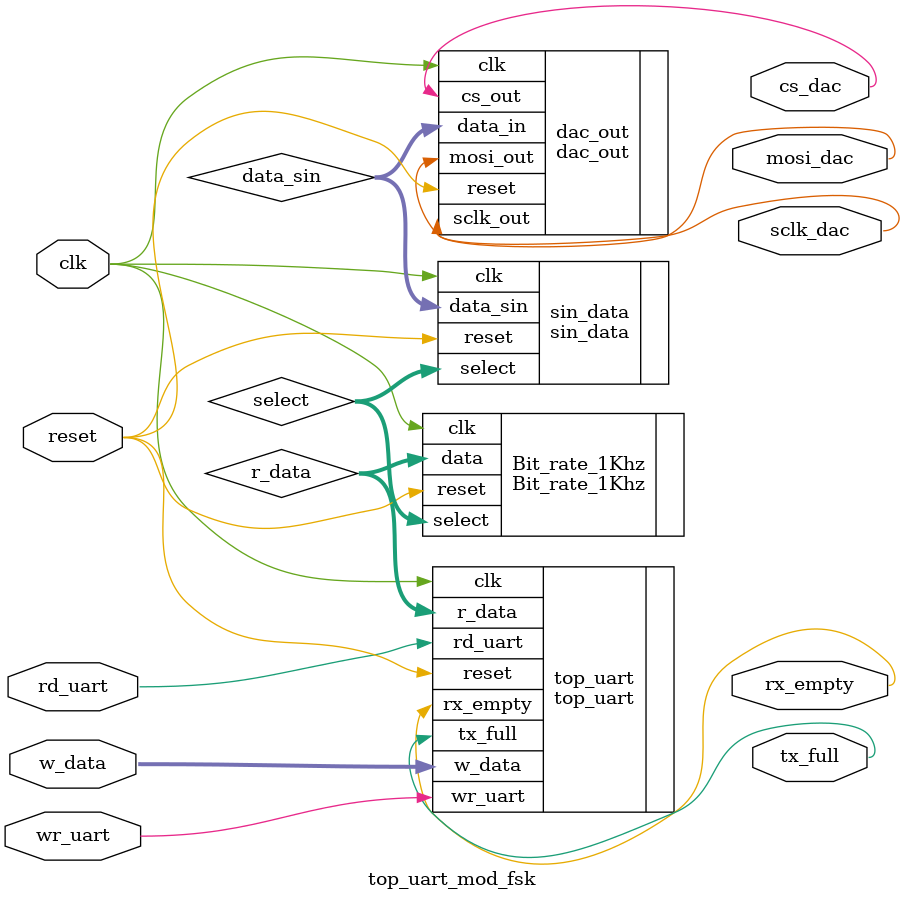
<source format=v>
module top_uart_mod_fsk
(
    input clk, reset,
    input rd_uart, wr_uart,
    input [7:0] w_data,
    output tx_full, rx_empty,
    output mosi_dac,
    output cs_dac,
    output sclk_dac
);

wire [7:0] r_data;
wire [11:0] data_sin;
wire [11:0] select;

top_uart top_uart(
    .clk(clk),
    .reset(reset),
    .rd_uart(rd_uart),
    .wr_uart(wr_uart),
    .w_data(w_data),
    .tx_full(tx_full),
    .rx_empty(rx_empty),
    .r_data(r_data)
);

Bit_rate_1Khz Bit_rate_1Khz (
	.data(r_data),
	.clk(clk),
	.reset(reset),
	.select(select)
	);

sin_data sin_data (
	.clk(clk),
	.reset(reset),
	.select(select),
	.data_sin(data_sin)
	);

dac_out dac_out (
	.clk(clk),
	.reset(reset),
	.data_in(data_sin),
	.mosi_out(mosi_dac),
	.cs_out(cs_dac),
	.sclk_out(sclk_dac)
	);

endmodule
</source>
